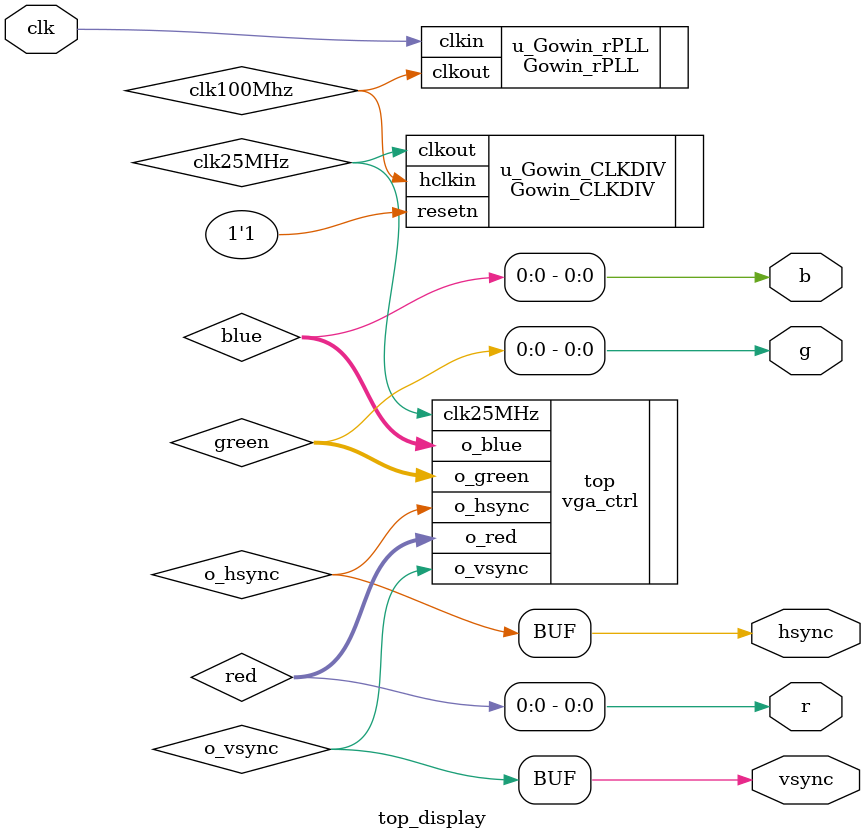
<source format=v>
module top_display(

    input  clk,              // System clock input (typically 27 MHz)
    output reg hsync,        // Horizontal sync output for VGA
    output reg vsync,        // Vertical sync output for VGA
    output reg r,            // Red color signal output for VGA
    output reg g,            // Green color signal output for VGA
    output reg b             // Blue color signal output for VGA
);

    parameter RES_DIV = 1;          //fully parameterized resolution division.
    parameter RES_X = 640;
    parameter RTRN_HSYNC = 96;  // HSYNC for next row
    parameter H_BACK_PORCH  = 48;
    parameter H_FRONT_PORCH = 16;
    parameter H_PIXELS = RES_X + RTRN_HSYNC + H_BACK_PORCH + H_FRONT_PORCH;

    parameter RES_Y = 480;
    parameter RTRN_VSYNC = 2;   // VSYNC for next frame
    parameter V_BACK_PORCH  = 33;
    parameter V_FRONT_PORCH = 10;
    parameter V_PIXELS = RES_Y + RTRN_VSYNC + V_BACK_PORCH + V_FRONT_PORCH;

    // Internal wire declarations
    wire o_hsync;            // Horizontal sync signal from Simple_pattern module
    wire o_vsync;            // Vertical sync signal from Simple_pattern module
    wire clk_out, clk25MHz;  // Clock outputs from PLL and clock divider
    wire [7:0] red, green, blue;  // Color signals from Simple_pattern module

    // Always block to update VGA output signals based on internal signals
    always@(*) begin
        r = red;             // Assign red color signal to VGA red output
        g = green;           // Assign green color signal to VGA green output
        b = blue;            // Assign blue color signal to VGA blue output
        hsync = o_hsync;     // Assign horizontal sync signal to VGA hsync output
        vsync = o_vsync;     // Assign vertical sync signal to VGA vsync output
    end

    // Clock generation using Gowin's PLL and clock divider
    wire clk100Mhz;          // 100 MHz clock signal from the PLL

    // PLL instance to generate a 100 MHz clock from the system input clock
    Gowin_rPLL u_Gowin_rPLL
    (
        .clkout(clk100Mhz),  // Output 100 MHz clock
        .clkin(clk)          // Input system clock (e.g., 27 MHz)
    );

    // Clock divider instance to generate a 25 MHz clock for VGA from the 100 MHz clock
    Gowin_CLKDIV u_Gowin_CLKDIV
    (
        .clkout(clk25MHz),   // Output 25 MHz clock
        .hclkin(clk100Mhz),  // Input 100 MHz clock
        .resetn(1'b1)        // Active-low reset signal (held high, not reset)
    );

    // Instantiate the Simple_pattern module to generate VGA signals
    vga_ctrl #(
        .RES          (RES_DIV),
        .H_PIXELS     (H_PIXELS),
        .V_PIXELS     (V_PIXELS),
        .RTRN_HSYNC   (RTRN_HSYNC),
        .RTRN_VSYNC   (RTRN_VSYNC),
        .H_BACK_PORCH (H_BACK_PORCH),
        .H_BACK_PORCH (V_BACK_PORCH)
    ) top (
        .clk25MHz(clk25MHz),  // Input clock signal (25 MHz for VGA timing)
        .o_hsync(o_hsync),    // Output horizontal sync signal
        .o_vsync(o_vsync),    // Output vertical sync signal
        .o_red(red),          // Output red color signal (8 bits)
        .o_green(green),      // Output green color signal (8 bits)
        .o_blue(blue)         // Output blue color signal (8 bits)
    );

endmodule

</source>
